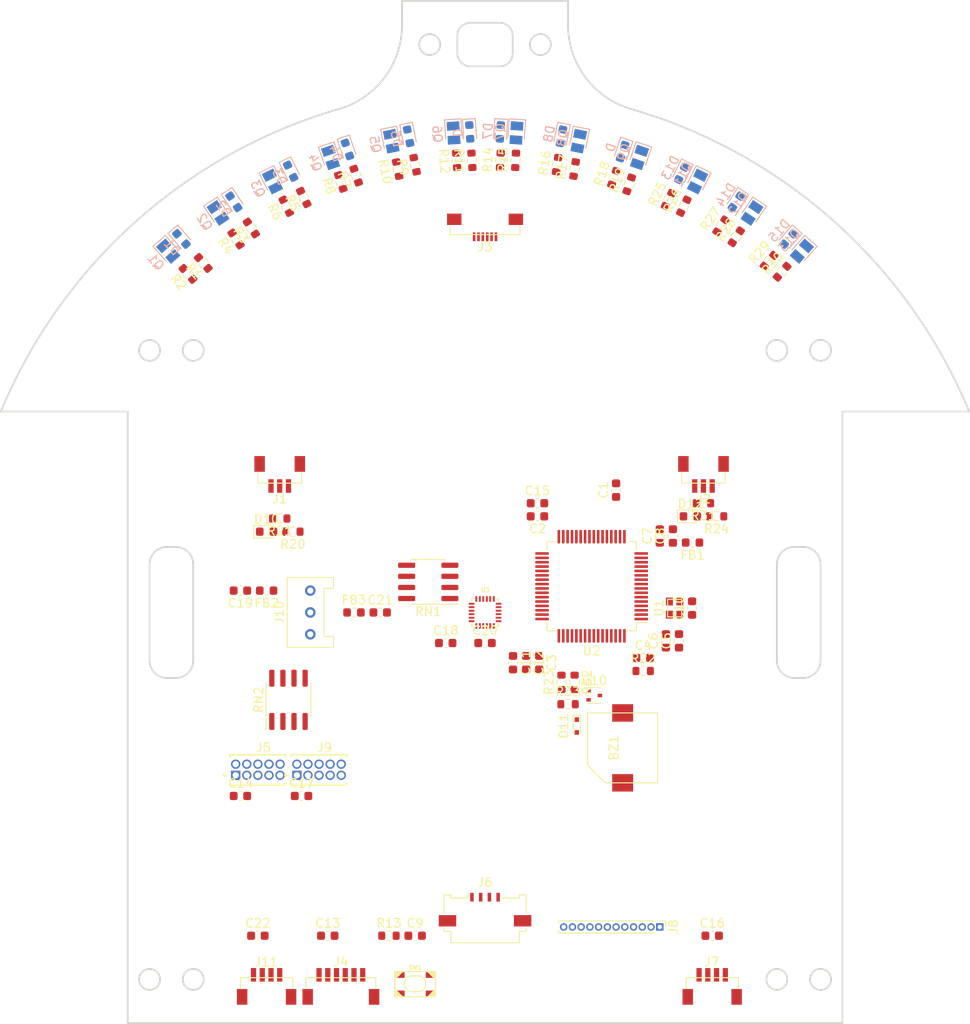
<source format=kicad_pcb>
(kicad_pcb (version 20171130) (host pcbnew "(5.1.10)-1")
  (layers (0 F.Cu signal) (31 B.Cu signal) (34 B.Paste user) (35 F.Paste user) (36 B.SilkS user) (37 F.SilkS user) (38 B.Mask user) (39 F.Mask user) (44 Edge.Cuts user))
  (net 0 "")
  (net 1 +3V3)
  (net 2 "Net-(BZ1-Pad2)")
  (net 3 GND)
  (net 4 "Net-(C7-Pad1)")
  (net 5 nRST)
  (net 6 "Net-(C11-Pad1)")
  (net 7 "Net-(C12-Pad1)")
  (net 8 +5V)
  (net 9 "Net-(C20-Pad1)")
  (net 10 "Net-(D1-Pad2)")
  (net 11 "Net-(D2-Pad2)")
  (net 12 "Net-(D3-Pad2)")
  (net 13 "Net-(D4-Pad2)")
  (net 14 "Net-(D5-Pad2)")
  (net 15 "Net-(D6-Pad2)")
  (net 16 "Net-(D7-Pad2)")
  (net 17 "Net-(D8-Pad2)")
  (net 18 "Net-(D9-Pad2)")
  (net 19 "Net-(D10-Pad2)")
  (net 20 SubSens2)
  (net 21 "Net-(D12-Pad2)")
  (net 22 SubSens1)
  (net 23 "Net-(D13-Pad2)")
  (net 24 "Net-(D14-Pad2)")
  (net 25 "Net-(D15-Pad2)")
  (net 26 "Net-(FB2-Pad1)")
  (net 27 "Net-(FB3-Pad1)")
  (net 28 "Net-(J3-Pad2)")
  (net 29 "Net-(J3-Pad3)")
  (net 30 "Net-(J3-Pad4)")
  (net 31 "Net-(J3-Pad5)")
  (net 32 SWCLK)
  (net 33 SWDIO)
  (net 34 SWO)
  (net 35 Encorder1_A)
  (net 36 Encorder1_B)
  (net 37 /LED_Red)
  (net 38 /LED_White)
  (net 39 /LED_B)
  (net 40 /LED_G)
  (net 41 /LED_R)
  (net 42 I2C_SDA)
  (net 43 I2C_SCL)
  (net 44 /DRV1_EN)
  (net 45 /DRV1_PN)
  (net 46 /DRV2_EN)
  (net 47 /DRV2_PN)
  (net 48 Encorder2_B)
  (net 49 Encorder2_A)
  (net 50 /SW2)
  (net 51 /Rotary1)
  (net 52 /Rotary8)
  (net 53 /SW1)
  (net 54 /Rotary2)
  (net 55 /Rotary4)
  (net 56 /SW3)
  (net 57 USART_TX)
  (net 58 USART_RX)
  (net 59 /Sensor01)
  (net 60 /Sensor02)
  (net 61 /Sensor03)
  (net 62 /Sensor04)
  (net 63 /Sensor05)
  (net 64 /Sensor06)
  (net 65 /Sensor07)
  (net 66 /Sensor08)
  (net 67 /Sensor09)
  (net 68 "Net-(Q10-Pad1)")
  (net 69 "Net-(Q10-Pad2)")
  (net 70 /Sensor10)
  (net 71 /Sensor11)
  (net 72 /Sensor12)
  (net 73 "Net-(R22-Pad1)")
  (net 74 "Net-(R23-Pad2)")
  (net 75 ICM_nCS)
  (net 76 ICM_MISO)
  (net 77 ICM_MOSI)
  (net 78 ICM_SCLK)
  (net 79 "Net-(U1-Pad3)")
  (module Connector_PinHeader_1.00mm:PinHeader_1x12_P1.00mm_Vertical (layer F.Cu) (at 20 36 270)
    (fp_text reference J8 (at 0 -1.56 90) (layer F.SilkS))
    (fp_text value FFC12)
    (pad 12 thru_hole oval (at 0 11 270) (size 0.85 0.85) (drill 0.5) (layers *.Cu *.Mask) (net 56 /SW3))
    (pad 11 thru_hole oval (at 0 10 270) (size 0.85 0.85) (drill 0.5) (layers *.Cu *.Mask) (net 50 /SW2))
    (pad 10 thru_hole oval (at 0 9 270) (size 0.85 0.85) (drill 0.5) (layers *.Cu *.Mask) (net 53 /SW1))
    (pad 9 thru_hole oval (at 0 8 270) (size 0.85 0.85) (drill 0.5) (layers *.Cu *.Mask) (net 52 /Rotary8))
    (pad 8 thru_hole oval (at 0 7 270) (size 0.85 0.85) (drill 0.5) (layers *.Cu *.Mask) (net 55 /Rotary4))
    (pad 7 thru_hole oval (at 0 6 270) (size 0.85 0.85) (drill 0.5) (layers *.Cu *.Mask) (net 54 /Rotary2))
    (pad 6 thru_hole oval (at 0 5 270) (size 0.85 0.85) (drill 0.5) (layers *.Cu *.Mask) (net 51 /Rotary1))
    (pad 5 thru_hole oval (at 0 4 270) (size 0.85 0.85) (drill 0.5) (layers *.Cu *.Mask) (net 41 /LED_R))
    (pad 4 thru_hole oval (at 0 3 270) (size 0.85 0.85) (drill 0.5) (layers *.Cu *.Mask) (net 40 /LED_G))
    (pad 3 thru_hole oval (at 0 2 270) (size 0.85 0.85) (drill 0.5) (layers *.Cu *.Mask) (net 39 /LED_B))
    (pad 2 thru_hole oval (at 0 1 270) (size 0.85 0.85) (drill 0.5) (layers *.Cu *.Mask) (net 38 /LED_White))
    (pad 1 thru_hole rect (at 0 0 270) (size 0.85 0.85) (drill 0.5) (layers *.Cu *.Mask) (net 37 /LED_Red))
  )
  (module Buzzer:TE044003-4 (layer F.Cu) (at 15.75 15.5 270)
    (fp_text reference BZ1 (at 0 1 90) (layer F.SilkS))
    (fp_text value TE044003-4)
    (pad 1 smd rect (at 4 0 270) (size 2 2.4) (layers F.Cu F.Paste F.Mask) (net 1 +3V3))
    (pad 2 smd rect (at -4 0 270) (size 2 2.4) (layers F.Cu F.Paste F.Mask) (net 2 "Net-(BZ1-Pad2)"))
  )
  (module Capacitor_SMD:C_0603_1608Metric (layer F.Cu) (at 15 -14 90)
    (fp_text reference C1 (at 0 -1.43 90) (layer F.SilkS))
    (fp_text value 0.1u)
    (pad 1 smd roundrect (at -0.775 0 90) (size 0.9 0.95) (layers F.Cu F.Paste F.Mask) (net 1 +3V3))
    (pad 2 smd roundrect (at 0.775 0 90) (size 0.9 0.95) (layers F.Cu F.Paste F.Mask) (net 3 GND))
  )
  (module Capacitor_SMD:C_0603_1608Metric (layer F.Cu) (at 6 -11 180)
    (fp_text reference C2 (at 0 -1.43) (layer F.SilkS))
    (fp_text value 0.1u)
    (pad 2 smd roundrect (at 0.775 0 180) (size 0.9 0.95) (layers F.Cu F.Paste F.Mask) (net 3 GND))
    (pad 1 smd roundrect (at -0.775 0 180) (size 0.9 0.95) (layers F.Cu F.Paste F.Mask) (net 1 +3V3))
  )
  (module Capacitor_SMD:C_0603_1608Metric (layer F.Cu) (at 6.2 5.75 270)
    (fp_text reference C3 (at 0 -1.43 90) (layer F.SilkS))
    (fp_text value 0.1u)
    (pad 2 smd roundrect (at 0.775 0 270) (size 0.9 0.95) (layers F.Cu F.Paste F.Mask) (net 3 GND))
    (pad 1 smd roundrect (at -0.775 0 270) (size 0.9 0.95) (layers F.Cu F.Paste F.Mask) (net 1 +3V3))
  )
  (module Capacitor_SMD:C_0603_1608Metric (layer F.Cu) (at 18.1 5.2)
    (fp_text reference C4 (at 0 -1.43) (layer F.SilkS))
    (fp_text value 0.1u)
    (pad 1 smd roundrect (at -0.775 0) (size 0.9 0.95) (layers F.Cu F.Paste F.Mask) (net 1 +3V3))
    (pad 2 smd roundrect (at 0.775 0) (size 0.9 0.95) (layers F.Cu F.Paste F.Mask) (net 3 GND))
  )
  (module Capacitor_SMD:C_0603_1608Metric (layer F.Cu) (at 22.2 3.25 90)
    (fp_text reference C5 (at 0 -1.43 90) (layer F.SilkS))
    (fp_text value 4.7u)
    (pad 1 smd roundrect (at -0.775 0 90) (size 0.9 0.95) (layers F.Cu F.Paste F.Mask) (net 1 +3V3))
    (pad 2 smd roundrect (at 0.775 0 90) (size 0.9 0.95) (layers F.Cu F.Paste F.Mask) (net 3 GND))
  )
  (module Capacitor_SMD:C_0603_1608Metric (layer F.Cu) (at 20.7 3.25 90)
    (fp_text reference C6 (at 0 -1.43 90) (layer F.SilkS))
    (fp_text value 0.1u)
    (pad 2 smd roundrect (at 0.775 0 90) (size 0.9 0.95) (layers F.Cu F.Paste F.Mask) (net 3 GND))
    (pad 1 smd roundrect (at -0.775 0 90) (size 0.9 0.95) (layers F.Cu F.Paste F.Mask) (net 1 +3V3))
  )
  (module Capacitor_SMD:C_0603_1608Metric (layer F.Cu) (at 20 -8.75 90)
    (fp_text reference C7 (at 0 -1.43 90) (layer F.SilkS))
    (fp_text value 0.1u)
    (pad 1 smd roundrect (at -0.775 0 90) (size 0.9 0.95) (layers F.Cu F.Paste F.Mask) (net 4 "Net-(C7-Pad1)"))
    (pad 2 smd roundrect (at 0.775 0 90) (size 0.9 0.95) (layers F.Cu F.Paste F.Mask) (net 3 GND))
  )
  (module Capacitor_SMD:C_0603_1608Metric (layer F.Cu) (at 21.5 -8.75 90)
    (fp_text reference C8 (at 0 -1.43 90) (layer F.SilkS))
    (fp_text value 1u)
    (pad 2 smd roundrect (at 0.775 0 90) (size 0.9 0.95) (layers F.Cu F.Paste F.Mask) (net 3 GND))
    (pad 1 smd roundrect (at -0.775 0 90) (size 0.9 0.95) (layers F.Cu F.Paste F.Mask) (net 4 "Net-(C7-Pad1)"))
  )
  (module Capacitor_SMD:C_0603_1608Metric (layer F.Cu) (at -8 37)
    (fp_text reference C9 (at 0 -1.43) (layer F.SilkS))
    (fp_text value 0.1u)
    (pad 2 smd roundrect (at 0.775 0) (size 0.9 0.95) (layers F.Cu F.Paste F.Mask) (net 3 GND))
    (pad 1 smd roundrect (at -0.775 0) (size 0.9 0.95) (layers F.Cu F.Paste F.Mask) (net 5 nRST))
  )
  (module Capacitor_SMD:C_0603_1608Metric (layer F.Cu) (at 23.7 -0.5 90)
    (fp_text reference C10 (at 0 -1.43 90) (layer F.SilkS))
    (fp_text value 0.1u)
    (pad 1 smd roundrect (at -0.775 0 90) (size 0.9 0.95) (layers F.Cu F.Paste F.Mask) (net 1 +3V3))
    (pad 2 smd roundrect (at 0.775 0 90) (size 0.9 0.95) (layers F.Cu F.Paste F.Mask) (net 3 GND))
  )
  (module Capacitor_SMD:C_0603_1608Metric (layer F.Cu) (at 3.2 5.75 270)
    (fp_text reference C11 (at 0 -1.43 90) (layer F.SilkS))
    (fp_text value 2.2u)
    (pad 2 smd roundrect (at 0.775 0 270) (size 0.9 0.95) (layers F.Cu F.Paste F.Mask) (net 3 GND))
    (pad 1 smd roundrect (at -0.775 0 270) (size 0.9 0.95) (layers F.Cu F.Paste F.Mask) (net 6 "Net-(C11-Pad1)"))
  )
  (module Capacitor_SMD:C_0603_1608Metric (layer F.Cu) (at 4.7 5.75 270)
    (fp_text reference C12 (at 0 -1.43 90) (layer F.SilkS))
    (fp_text value 2.2u)
    (pad 1 smd roundrect (at -0.775 0 270) (size 0.9 0.95) (layers F.Cu F.Paste F.Mask) (net 7 "Net-(C12-Pad1)"))
    (pad 2 smd roundrect (at 0.775 0 270) (size 0.9 0.95) (layers F.Cu F.Paste F.Mask) (net 3 GND))
  )
  (module Capacitor_SMD:C_0603_1608Metric (layer F.Cu) (at -18 37)
    (fp_text reference C13 (at 0 -1.43) (layer F.SilkS))
    (fp_text value 0.1u)
    (pad 1 smd roundrect (at -0.775 0) (size 0.9 0.95) (layers F.Cu F.Paste F.Mask) (net 1 +3V3))
    (pad 2 smd roundrect (at 0.775 0) (size 0.9 0.95) (layers F.Cu F.Paste F.Mask) (net 3 GND))
  )
  (module Capacitor_SMD:C_0603_1608Metric (layer F.Cu) (at -28 21)
    (fp_text reference C14 (at 0 -1.43) (layer F.SilkS))
    (fp_text value 0.1u)
    (pad 1 smd roundrect (at -0.775 0) (size 0.9 0.95) (layers F.Cu F.Paste F.Mask) (net 8 +5V))
    (pad 2 smd roundrect (at 0.775 0) (size 0.9 0.95) (layers F.Cu F.Paste F.Mask) (net 3 GND))
  )
  (module Capacitor_SMD:C_0603_1608Metric (layer F.Cu) (at 6 -12.5)
    (fp_text reference C15 (at 0 -1.43) (layer F.SilkS))
    (fp_text value 0.1u)
    (pad 1 smd roundrect (at -0.775 0) (size 0.9 0.95) (layers F.Cu F.Paste F.Mask) (net 1 +3V3))
    (pad 2 smd roundrect (at 0.775 0) (size 0.9 0.95) (layers F.Cu F.Paste F.Mask) (net 3 GND))
  )
  (module Capacitor_SMD:C_0603_1608Metric (layer F.Cu) (at 26 37)
    (fp_text reference C16 (at 0 -1.43) (layer F.SilkS))
    (fp_text value 0.1u)
    (pad 2 smd roundrect (at 0.775 0) (size 0.9 0.95) (layers F.Cu F.Paste F.Mask) (net 3 GND))
    (pad 1 smd roundrect (at -0.775 0) (size 0.9 0.95) (layers F.Cu F.Paste F.Mask) (net 1 +3V3))
  )
  (module Capacitor_SMD:C_0603_1608Metric (layer F.Cu) (at -21 21)
    (fp_text reference C17 (at 0 -1.43) (layer F.SilkS))
    (fp_text value 0.1u)
    (pad 2 smd roundrect (at 0.775 0) (size 0.9 0.95) (layers F.Cu F.Paste F.Mask) (net 3 GND))
    (pad 1 smd roundrect (at -0.775 0) (size 0.9 0.95) (layers F.Cu F.Paste F.Mask) (net 8 +5V))
  )
  (module Capacitor_SMD:C_0603_1608Metric (layer F.Cu) (at -4.5 3.5)
    (fp_text reference C18 (at 0 -1.43) (layer F.SilkS))
    (fp_text value 0.1u)
    (pad 2 smd roundrect (at 0.775 0) (size 0.9 0.95) (layers F.Cu F.Paste F.Mask) (net 3 GND))
    (pad 1 smd roundrect (at -0.775 0) (size 0.9 0.95) (layers F.Cu F.Paste F.Mask) (net 1 +3V3))
  )
  (module Capacitor_SMD:C_0603_1608Metric (layer F.Cu) (at -28 -2.5 180)
    (fp_text reference C19 (at 0 -1.43) (layer F.SilkS))
    (fp_text value 0.1u)
    (pad 2 smd roundrect (at 0.775 0 180) (size 0.9 0.95) (layers F.Cu F.Paste F.Mask) (net 3 GND))
    (pad 1 smd roundrect (at -0.775 0 180) (size 0.9 0.95) (layers F.Cu F.Paste F.Mask) (net 8 +5V))
  )
  (module Capacitor_SMD:C_0603_1608Metric (layer F.Cu) (at 0 3.5)
    (fp_text reference C20 (at 0 -1.43) (layer F.SilkS))
    (fp_text value 0.1u)
    (pad 2 smd roundrect (at 0.775 0) (size 0.9 0.95) (layers F.Cu F.Paste F.Mask) (net 3 GND))
    (pad 1 smd roundrect (at -0.775 0) (size 0.9 0.95) (layers F.Cu F.Paste F.Mask) (net 9 "Net-(C20-Pad1)"))
  )
  (module Capacitor_SMD:C_0603_1608Metric (layer F.Cu) (at -12 0)
    (fp_text reference C21 (at 0 -1.43) (layer F.SilkS))
    (fp_text value 0.1u)
    (pad 1 smd roundrect (at -0.775 0) (size 0.9 0.95) (layers F.Cu F.Paste F.Mask) (net 1 +3V3))
    (pad 2 smd roundrect (at 0.775 0) (size 0.9 0.95) (layers F.Cu F.Paste F.Mask) (net 3 GND))
  )
  (module Capacitor_SMD:C_0603_1608Metric (layer F.Cu) (at -26 37)
    (fp_text reference C22 (at 0 -1.43) (layer F.SilkS))
    (fp_text value 0.1u)
    (pad 1 smd roundrect (at -0.775 0) (size 0.9 0.95) (layers F.Cu F.Paste F.Mask) (net 8 +5V))
    (pad 2 smd roundrect (at 0.775 0) (size 0.9 0.95) (layers F.Cu F.Paste F.Mask) (net 3 GND))
  )
  (module Diode_SMD:D_0603_1608Metric (layer B.Cu) (at -34.75 -42.75 311.2)
    (fp_text reference D1 (at 0 1.43 311.2) (layer B.SilkS) (effects (justify mirror)))
    (fp_text value SIR19-21C/TR8)
    (pad 1 smd roundrect (at -0.7875 0 311.2) (size 0.875 0.95) (layers B.Cu B.Paste B.Mask) (net 3 GND))
    (pad 2 smd roundrect (at 0.7875 0 311.2) (size 0.875 0.95) (layers B.Cu B.Paste B.Mask) (net 10 "Net-(D1-Pad2)"))
  )
  (module Diode_SMD:D_0603_1608Metric (layer B.Cu) (at -28.75 -47 303.7)
    (fp_text reference D2 (at -0.000001 1.43 303.7) (layer B.SilkS) (effects (justify mirror)))
    (fp_text value SIR19-21C/TR8)
    (pad 2 smd roundrect (at 0.7875 0 303.7) (size 0.875 0.95) (layers B.Cu B.Paste B.Mask) (net 11 "Net-(D2-Pad2)"))
    (pad 1 smd roundrect (at -0.7875 0 303.7) (size 0.875 0.95) (layers B.Cu B.Paste B.Mask) (net 3 GND))
  )
  (module Diode_SMD:D_0603_1608Metric (layer B.Cu) (at -22.25 -50.5 296.2)
    (fp_text reference D3 (at 0 1.429999 296.2) (layer B.SilkS) (effects (justify mirror)))
    (fp_text value SIR19-21C/TR8)
    (pad 2 smd roundrect (at 0.7875 0 296.2) (size 0.875 0.95) (layers B.Cu B.Paste B.Mask) (net 12 "Net-(D3-Pad2)"))
    (pad 1 smd roundrect (at -0.7875 0 296.2) (size 0.875 0.95) (layers B.Cu B.Paste B.Mask) (net 3 GND))
  )
  (module Diode_SMD:D_0603_1608Metric (layer B.Cu) (at -15.75 -53 288.7)
    (fp_text reference D4 (at 0 1.43 288.7) (layer B.SilkS) (effects (justify mirror)))
    (fp_text value SIR19-21C/TR8)
    (pad 1 smd roundrect (at -0.7875 0 288.7) (size 0.875 0.95) (layers B.Cu B.Paste B.Mask) (net 3 GND))
    (pad 2 smd roundrect (at 0.7875 0 288.7) (size 0.875 0.95) (layers B.Cu B.Paste B.Mask) (net 13 "Net-(D4-Pad2)"))
  )
  (module Diode_SMD:D_0603_1608Metric (layer B.Cu) (at -8.75 -54.5 281.2)
    (fp_text reference D5 (at 0 1.43 281.2) (layer B.SilkS) (effects (justify mirror)))
    (fp_text value SIR19-21C/TR8)
    (pad 2 smd roundrect (at 0.7875 0 281.2) (size 0.875 0.95) (layers B.Cu B.Paste B.Mask) (net 14 "Net-(D5-Pad2)"))
    (pad 1 smd roundrect (at -0.7875 0 281.2) (size 0.875 0.95) (layers B.Cu B.Paste B.Mask) (net 3 GND))
  )
  (module Diode_SMD:D_0603_1608Metric (layer B.Cu) (at -1.75 -55 273.7)
    (fp_text reference D (at 0 1.43 273.7) (layer B.SilkS) (effects (justify mirror)))
    (fp_text value SIR19-21C/TR8)
    (pad 2 smd roundrect (at 0.7875 0 273.7) (size 0.875 0.95) (layers B.Cu B.Paste B.Mask) (net 15 "Net-(D6-Pad2)"))
    (pad 1 smd roundrect (at -0.7875 0 273.7) (size 0.875 0.95) (layers B.Cu B.Paste B.Mask) (net 3 GND))
  )
  (module Diode_SMD:D_0603_1608Metric (layer B.Cu) (at 1.75 -55 266.2)
    (fp_text reference D7 (at 0 1.43 266.2) (layer B.SilkS) (effects (justify mirror)))
    (fp_text value SIR19-21C/TR8)
    (pad 1 smd roundrect (at -0.7875 0 266.2) (size 0.875 0.95) (layers B.Cu B.Paste B.Mask) (net 3 GND))
    (pad 2 smd roundrect (at 0.7875 0 266.2) (size 0.875 0.95) (layers B.Cu B.Paste B.Mask) (net 16 "Net-(D7-Pad2)"))
  )
  (module Diode_SMD:D_0603_1608Metric (layer B.Cu) (at 8.75 -54.5 258.7)
    (fp_text reference D8 (at 0 1.43 258.7) (layer B.SilkS) (effects (justify mirror)))
    (fp_text value SIR19-21C/TR8)
    (pad 1 smd roundrect (at -0.7875 0 258.7) (size 0.875 0.95) (layers B.Cu B.Paste B.Mask) (net 3 GND))
    (pad 2 smd roundrect (at 0.7875 0 258.7) (size 0.875 0.95) (layers B.Cu B.Paste B.Mask) (net 17 "Net-(D8-Pad2)"))
  )
  (module Diode_SMD:D_0603_1608Metric (layer B.Cu) (at 15.75 -52.75 251.2)
    (fp_text reference D (at 0 1.43 251.2) (layer B.SilkS) (effects (justify mirror)))
    (fp_text value SIR19-21C/TR8)
    (pad 1 smd roundrect (at -0.7875 0 251.2) (size 0.875 0.95) (layers B.Cu B.Paste B.Mask) (net 3 GND))
    (pad 2 smd roundrect (at 0.7875 0 251.2) (size 0.875 0.95) (layers B.Cu B.Paste B.Mask) (net 18 "Net-(D9-Pad2)"))
  )
  (module Diode_SMD:D_0603_1608Metric (layer F.Cu) (at -25 -9.25)
    (fp_text reference D10 (at 0 -1.43) (layer F.SilkS))
    (fp_text value SMLEN3WBC8W1)
    (pad 2 smd roundrect (at 0.7875 0) (size 0.875 0.95) (layers F.Cu F.Paste F.Mask) (net 19 "Net-(D10-Pad2)"))
    (pad 1 smd roundrect (at -0.7875 0) (size 0.875 0.95) (layers F.Cu F.Paste F.Mask) (net 20 SubSens2))
  )
  (module original:SOD-523 (layer F.Cu) (at 10.5 13 270)
    (fp_text reference D11 (at 0 1.4875 90) (layer F.SilkS))
    (fp_text value RB751S40-AU_R1_000A1)
    (pad 1 smd rect (at 0.735 0 270) (size 0.53 0.5) (layers F.Cu F.Paste F.Mask) (net 1 +3V3))
    (pad 2 smd rect (at -0.735 0 270) (size 0.53 0.5) (layers F.Cu F.Paste F.Mask) (net 2 "Net-(BZ1-Pad2)"))
  )
  (module Diode_SMD:D_0603_1608Metric (layer F.Cu) (at 23.5 -11)
    (fp_text reference D12 (at 0 -1.43) (layer F.SilkS))
    (fp_text value SMLEN3WBC8W1)
    (pad 2 smd roundrect (at 0.7875 0) (size 0.875 0.95) (layers F.Cu F.Paste F.Mask) (net 21 "Net-(D12-Pad2)"))
    (pad 1 smd roundrect (at -0.7875 0) (size 0.875 0.95) (layers F.Cu F.Paste F.Mask) (net 22 SubSens1))
  )
  (module Diode_SMD:D_0603_1608Metric (layer B.Cu) (at 22.5 -50.25 243.7)
    (fp_text reference D13 (at 0 1.43 243.7) (layer B.SilkS) (effects (justify mirror)))
    (fp_text value SIR19-21C/TR8)
    (pad 1 smd roundrect (at -0.7875 0 243.7) (size 0.875 0.95) (layers B.Cu B.Paste B.Mask) (net 3 GND))
    (pad 2 smd roundrect (at 0.7875 0 243.7) (size 0.875 0.95) (layers B.Cu B.Paste B.Mask) (net 23 "Net-(D13-Pad2)"))
  )
  (module Diode_SMD:D_0603_1608Metric (layer B.Cu) (at 28.75 -47 236.2)
    (fp_text reference D14 (at 0 1.43 236.2) (layer B.SilkS) (effects (justify mirror)))
    (fp_text value SIR19-21C/TR8)
    (pad 1 smd roundrect (at -0.7875 0 236.2) (size 0.875 0.95) (layers B.Cu B.Paste B.Mask) (net 3 GND))
    (pad 2 smd roundrect (at 0.7875 0 236.2) (size 0.875 0.95) (layers B.Cu B.Paste B.Mask) (net 24 "Net-(D14-Pad2)"))
  )
  (module Diode_SMD:D_0603_1608Metric (layer B.Cu) (at 34.75 -42.75 228.7)
    (fp_text reference D15 (at 0 1.43 228.7) (layer B.SilkS) (effects (justify mirror)))
    (fp_text value SIR19-21C/TR8)
    (pad 2 smd roundrect (at 0.7875 0 228.7) (size 0.875 0.95) (layers B.Cu B.Paste B.Mask) (net 25 "Net-(D15-Pad2)"))
    (pad 1 smd roundrect (at -0.7875 0 228.7) (size 0.875 0.95) (layers B.Cu B.Paste B.Mask) (net 3 GND))
  )
  (module Inductor_SMD:L_0603_1608Metric (layer F.Cu) (at 23.75 -8 180)
    (fp_text reference FB1 (at 0 -1.43) (layer F.SilkS))
    (fp_text value 470)
    (pad 1 smd roundrect (at -0.7875 0 180) (size 0.875 0.95) (layers F.Cu F.Paste F.Mask) (net 1 +3V3))
    (pad 2 smd roundrect (at 0.7875 0 180) (size 0.875 0.95) (layers F.Cu F.Paste F.Mask) (net 4 "Net-(C7-Pad1)"))
  )
  (module Inductor_SMD:L_0603_1608Metric (layer F.Cu) (at -25 -2.5 180)
    (fp_text reference FB2 (at 0 -1.43) (layer F.SilkS))
    (fp_text value 470)
    (pad 1 smd roundrect (at -0.7875 0 180) (size 0.875 0.95) (layers F.Cu F.Paste F.Mask) (net 26 "Net-(FB2-Pad1)"))
    (pad 2 smd roundrect (at 0.7875 0 180) (size 0.875 0.95) (layers F.Cu F.Paste F.Mask) (net 8 +5V))
  )
  (module Inductor_SMD:L_0603_1608Metric (layer F.Cu) (at -15 0)
    (fp_text reference FB3 (at 0 -1.43) (layer F.SilkS))
    (fp_text value 470)
    (pad 2 smd roundrect (at 0.7875 0) (size 0.875 0.95) (layers F.Cu F.Paste F.Mask) (net 1 +3V3))
    (pad 1 smd roundrect (at -0.7875 0) (size 0.875 0.95) (layers F.Cu F.Paste F.Mask) (net 27 "Net-(FB3-Pad1)"))
  )
  (module SH:SH_01x03 (layer F.Cu) (at -23.5 -17 180)
    (fp_text reference J1 (at 0 -4) (layer F.SilkS))
    (fp_text value SH3)
    (pad 3 smd rect (at 1 -2.525 180) (size 0.6 1.55) (layers F.Cu F.Paste F.Mask) (net 3 GND))
    (pad 1 smd rect (at -1 -2.525 180) (size 0.6 1.55) (layers F.Cu F.Paste F.Mask) (net 8 +5V))
    (pad 2 smd rect (at 0 -2.525 180) (size 0.6 1.55) (layers F.Cu F.Paste F.Mask) (net 20 SubSens2))
    (pad MP smd rect (at -2.3 0 180) (size 1.2 1.8) (layers F.Cu F.Paste F.Mask))
    (pad MP smd rect (at 2.3 0 180) (size 1.2 1.8) (layers F.Cu F.Paste F.Mask))
  )
  (module SH:SH_01x03 (layer F.Cu) (at 25 -17 180)
    (fp_text reference J2 (at 0 -4) (layer F.SilkS))
    (fp_text value SH3)
    (pad MP smd rect (at 2.3 0 180) (size 1.2 1.8) (layers F.Cu F.Paste F.Mask))
    (pad MP smd rect (at -2.3 0 180) (size 1.2 1.8) (layers F.Cu F.Paste F.Mask))
    (pad 2 smd rect (at 0 -2.525 180) (size 0.6 1.55) (layers F.Cu F.Paste F.Mask) (net 22 SubSens1))
    (pad 1 smd rect (at -1 -2.525 180) (size 0.6 1.55) (layers F.Cu F.Paste F.Mask) (net 8 +5V))
    (pad 3 smd rect (at 1 -2.525 180) (size 0.6 1.55) (layers F.Cu F.Paste F.Mask) (net 3 GND))
  )
  (module FFC:Molex_0545480671_01x06_P0.5mm (layer F.Cu) (at 0 -45 180)
    (fp_text reference J3 (at 0 -3.16667) (layer F.SilkS))
    (fp_text value FFC6)
    (pad MP smd rect (at -3.525 0 180) (size 1.65 1.3) (layers F.Cu F.Paste F.Mask))
    (pad MP smd rect (at 3.525 0 180) (size 1.65 1.3) (layers F.Cu F.Paste F.Mask))
    (pad 1 smd rect (at -1.25 -2 270) (size 1 0.3) (layers F.Cu F.Paste F.Mask) (net 1 +3V3))
    (pad 2 smd rect (at -0.75 -2 270) (size 1 0.3) (layers F.Cu F.Paste F.Mask) (net 28 "Net-(J3-Pad2)"))
    (pad 3 smd rect (at -0.25 -2 270) (size 1 0.3) (layers F.Cu F.Paste F.Mask) (net 29 "Net-(J3-Pad3)"))
    (pad 4 smd rect (at 0.25 -2 270) (size 1 0.3) (layers F.Cu F.Paste F.Mask) (net 30 "Net-(J3-Pad4)"))
    (pad 5 smd rect (at 0.75 -2 270) (size 1 0.3) (layers F.Cu F.Paste F.Mask) (net 31 "Net-(J3-Pad5)"))
    (pad 6 smd rect (at 1.25 -2 270) (size 1 0.3) (layers F.Cu F.Paste F.Mask) (net 3 GND))
  )
  (module SH:SH_01x06 (layer F.Cu) (at -16.5 44)
    (fp_text reference J4 (at 0 -4) (layer F.SilkS))
    (fp_text value SH6)
    (pad 2 smd rect (at -1.5 -2.525) (size 0.6 1.55) (layers F.Cu F.Paste F.Mask) (net 32 SWCLK))
    (pad MP smd rect (at 3.8 0) (size 1.2 1.8) (layers F.Cu F.Paste F.Mask))
    (pad 1 smd rect (at -2.5 -2.525) (size 0.6 1.55) (layers F.Cu F.Paste F.Mask) (net 1 +3V3))
    (pad 3 smd rect (at -0.5 -2.525) (size 0.6 1.55) (layers F.Cu F.Paste F.Mask) (net 3 GND))
    (pad MP smd rect (at -3.8 0) (size 1.2 1.8) (layers F.Cu F.Paste F.Mask))
    (pad 4 smd rect (at 0.5 -2.525) (size 0.6 1.55) (layers F.Cu F.Paste F.Mask) (net 33 SWDIO))
    (pad 5 smd rect (at 1.5 -2.525) (size 0.6 1.55) (layers F.Cu F.Paste F.Mask) (net 5 nRST))
    (pad 6 smd rect (at 2.5 -2.525) (size 0.6 1.55) (layers F.Cu F.Paste F.Mask) (net 34 SWO))
  )
  (module FTSH:SAMTEC_FTSH-105-01-L-D-K (layer F.Cu) (at -26 18)
    (fp_text reference J5 (at 0.635 -2.54) (layer F.SilkS))
    (fp_text value FTSH2x5)
    (pad 1 thru_hole rect (at -2.54 0.635) (size 1.06 1.06) (drill 0.71) (layers *.Cu *.Mask))
    (pad 2 thru_hole circle (at -2.54 -0.635) (size 1.06 1.06) (drill 0.71) (layers *.Cu *.Mask) (net 8 +5V))
    (pad 3 thru_hole circle (at -1.27 0.635) (size 1.06 1.06) (drill 0.71) (layers *.Cu *.Mask) (net 3 GND))
    (pad 4 thru_hole circle (at -1.27 -0.635) (size 1.06 1.06) (drill 0.71) (layers *.Cu *.Mask))
    (pad 5 thru_hole circle (at 0 0.635) (size 1.06 1.06) (drill 0.71) (layers *.Cu *.Mask))
    (pad 6 thru_hole circle (at 0 -0.635) (size 1.06 1.06) (drill 0.71) (layers *.Cu *.Mask) (net 35 Encorder1_A))
    (pad 7 thru_hole circle (at 1.27 0.635) (size 1.06 1.06) (drill 0.71) (layers *.Cu *.Mask))
    (pad 8 thru_hole circle (at 1.27 -0.635) (size 1.06 1.06) (drill 0.71) (layers *.Cu *.Mask) (net 36 Encorder1_B))
    (pad 9 thru_hole circle (at 2.54 0.635) (size 1.06 1.06) (drill 0.71) (layers *.Cu *.Mask))
    (pad 10 thru_hole circle (at 2.54 -0.635) (size 1.06 1.06) (drill 0.71) (layers *.Cu *.Mask))
  )
  (module SH:SH_01x04 (layer F.Cu) (at 26 44)
    (fp_text reference J7 (at -0.05 -4) (layer F.SilkS))
    (fp_text value SH4)
    (pad 4 smd rect (at 1.5 -2.525) (size 0.6 1.55) (layers F.Cu F.Paste F.Mask) (net 3 GND))
    (pad 1 smd rect (at -1.5 -2.525) (size 0.6 1.55) (layers F.Cu F.Paste F.Mask) (net 1 +3V3))
    (pad 3 smd rect (at 0.5 -2.525) (size 0.6 1.55) (layers F.Cu F.Paste F.Mask) (net 42 I2C_SDA))
    (pad 2 smd rect (at -0.5 -2.525) (size 0.6 1.55) (layers F.Cu F.Paste F.Mask) (net 43 I2C_SCL))
    (pad MP smd rect (at -2.8 0) (size 1.2 1.8) (layers F.Cu F.Paste F.Mask))
    (pad MP smd rect (at 2.8 0) (size 1.2 1.8) (layers F.Cu F.Paste F.Mask))
  )
  (module Connector_FFC-FPC:Molex_200528-0040_1x04-1MP_P1.00mm_Horizontal (layer F.Cu) (at 0 33.5)
    (fp_text reference J6 (at 0 -2.61) (layer F.SilkS))
    (fp_text value FFC4)
    (pad MP smd rect (at -4.3 1.79) (size 2 1.3) (layers F.Cu F.Paste F.Mask))
    (pad MP smd rect (at 4.3 1.79) (size 2 1.3) (layers F.Cu F.Paste F.Mask))
    (pad 1 smd rect (at -1.5 -0.91) (size 0.4 1) (layers F.Cu F.Paste F.Mask) (net 44 /DRV1_EN))
    (pad 2 smd rect (at -0.5 -0.91) (size 0.4 1) (layers F.Cu F.Paste F.Mask) (net 45 /DRV1_PN))
    (pad 3 smd rect (at 0.5 -0.91) (size 0.4 1) (layers F.Cu F.Paste F.Mask) (net 47 /DRV2_PN))
    (pad 4 smd rect (at 1.5 -0.91) (size 0.4 1) (layers F.Cu F.Paste F.Mask) (net 46 /DRV2_EN))
  )
  (module FTSH:SAMTEC_FTSH-105-01-L-D-K (layer F.Cu) (at -19 18)
    (fp_text reference J9 (at 0.635 -2.54) (layer F.SilkS))
    (fp_text value FTSH2x5)
    (pad 10 thru_hole circle (at 2.54 -0.635) (size 1.06 1.06) (drill 0.71) (layers *.Cu *.Mask))
    (pad 9 thru_hole circle (at 2.54 0.635) (size 1.06 1.06) (drill 0.71) (layers *.Cu *.Mask))
    (pad 8 thru_hole circle (at 1.27 -0.635) (size 1.06 1.06) (drill 0.71) (layers *.Cu *.Mask) (net 48 Encorder2_B))
    (pad 7 thru_hole circle (at 1.27 0.635) (size 1.06 1.06) (drill 0.71) (layers *.Cu *.Mask))
    (pad 6 thru_hole circle (at 0 -0.635) (size 1.06 1.06) (drill 0.71) (layers *.Cu *.Mask) (net 49 Encorder2_A))
    (pad 5 thru_hole circle (at 0 0.635) (size 1.06 1.06) (drill 0.71) (layers *.Cu *.Mask))
    (pad 4 thru_hole circle (at -1.27 -0.635) (size 1.06 1.06) (drill 0.71) (layers *.Cu *.Mask))
    (pad 3 thru_hole circle (at -1.27 0.635) (size 1.06 1.06) (drill 0.71) (layers *.Cu *.Mask) (net 3 GND))
    (pad 2 thru_hole circle (at -2.54 -0.635) (size 1.06 1.06) (drill 0.71) (layers *.Cu *.Mask) (net 8 +5V))
    (pad 1 thru_hole rect (at -2.54 0.635) (size 1.06 1.06) (drill 0.71) (layers *.Cu *.Mask))
  )
  (module PA:PA_01x03 (layer F.Cu) (at -20 0 90)
    (fp_text reference J10 (at 0 -3.533328 90) (layer F.SilkS))
    (fp_text value PA3)
    (pad 1 thru_hole circle (at 2.5 0 90) (size 1.2 1.2) (drill 0.7) (layers *.Cu *.Mask) (net 26 "Net-(FB2-Pad1)"))
    (pad 2 thru_hole circle (at 0 0 90) (size 1.2 1.2) (drill 0.7) (layers *.Cu *.Mask) (net 27 "Net-(FB3-Pad1)"))
    (pad 3 thru_hole circle (at -2.5 0 90) (size 1.2 1.2) (drill 0.7) (layers *.Cu *.Mask) (net 3 GND))
  )
  (module SH:SH_01x04 (layer F.Cu) (at -25 44)
    (fp_text reference J11 (at -0.05 -4) (layer F.SilkS))
    (fp_text value SH4)
    (pad MP smd rect (at 2.8 0) (size 1.2 1.8) (layers F.Cu F.Paste F.Mask))
    (pad MP smd rect (at -2.8 0) (size 1.2 1.8) (layers F.Cu F.Paste F.Mask))
    (pad 2 smd rect (at -0.5 -2.525) (size 0.6 1.55) (layers F.Cu F.Paste F.Mask) (net 3 GND))
    (pad 3 smd rect (at 0.5 -2.525) (size 0.6 1.55) (layers F.Cu F.Paste F.Mask) (net 57 USART_TX))
    (pad 1 smd rect (at -1.5 -2.525) (size 0.6 1.55) (layers F.Cu F.Paste F.Mask) (net 8 +5V))
    (pad 4 smd rect (at 1.5 -2.525) (size 0.6 1.55) (layers F.Cu F.Paste F.Mask) (net 58 USART_RX))
  )
  (module TEMT7100X01:TEMT7100X01 (layer B.Cu) (at -36.26402 -41.351189 131.2)
    (fp_text reference Q1 (at 0 -1.875 311.2) (layer B.SilkS) (effects (justify mirror)))
    (fp_text value TEMT7100X01)
    (pad 2 smd rect (at 0.8 0 131.2) (size 1 1.45) (layers B.Cu B.Paste B.Mask) (net 3 GND))
    (pad 1 smd rect (at -0.8 0 131.2) (size 1 1.45) (layers B.Cu B.Paste B.Mask) (net 59 /Sensor01))
  )
  (module TEMT7100X01:TEMT7100X01 (layer B.Cu) (at -30.556363 -45.730829 123.7)
    (fp_text reference Q2 (at 0 -1.875 303.7) (layer B.SilkS) (effects (justify mirror)))
    (fp_text value TEMT7100X01)
    (pad 2 smd rect (at 0.8 0 123.7) (size 1 1.45) (layers B.Cu B.Paste B.Mask) (net 3 GND))
    (pad 1 smd rect (at -0.8 0 123.7) (size 1 1.45) (layers B.Cu B.Paste B.Mask) (net 60 /Sensor02))
  )
  (module TEMT7100X01:TEMT7100X01 (layer B.Cu) (at -24.325878 -49.328001 116.2)
    (fp_text reference Q3 (at 0 -1.874999 296.2) (layer B.SilkS) (effects (justify mirror)))
    (fp_text value TEMT7100X01)
    (pad 1 smd rect (at -0.8 0 116.2) (size 1 1.45) (layers B.Cu B.Paste B.Mask) (net 61 /Sensor03))
    (pad 2 smd rect (at 0.8 0 116.2) (size 1 1.45) (layers B.Cu B.Paste B.Mask) (net 3 GND))
  )
  (module TEMT7100X01:TEMT7100X01 (layer B.Cu) (at -17.679171 -52.081157 108.7)
    (fp_text reference Q4 (at 0 -1.875 288.7) (layer B.SilkS) (effects (justify mirror)))
    (fp_text value TEMT7100X01)
    (pad 2 smd rect (at 0.8 0 108.7) (size 1 1.45) (layers B.Cu B.Paste B.Mask) (net 3 GND))
    (pad 1 smd rect (at -0.8 0 108.7) (size 1 1.45) (layers B.Cu B.Paste B.Mask) (net 62 /Sensor04))
  )
  (module TEMT7100X01:TEMT7100X01 (layer B.Cu) (at -10.729968 -53.94319 101.2)
    (fp_text reference Q5 (at 0 -1.875 281.2) (layer B.SilkS) (effects (justify mirror)))
    (fp_text value TEMT7100X01)
    (pad 1 smd rect (at -0.8 0 101.2) (size 1 1.45) (layers B.Cu B.Paste B.Mask) (net 63 /Sensor05))
    (pad 2 smd rect (at 0.8 0 101.2) (size 1 1.45) (layers B.Cu B.Paste B.Mask) (net 3 GND))
  )
  (module TEMT7100X01:TEMT7100X01 (layer B.Cu) (at -3.597172 -54.882241 93.7)
    (fp_text reference Q6 (at 0 -1.875 273.7) (layer B.SilkS) (effects (justify mirror)))
    (fp_text value TEMT7100X01)
    (pad 2 smd rect (at 0.8 0 93.7) (size 1 1.45) (layers B.Cu B.Paste B.Mask) (net 3 GND))
    (pad 1 smd rect (at -0.8 0 93.7) (size 1 1.45) (layers B.Cu B.Paste B.Mask) (net 64 /Sensor06))
  )
  (module TEMT7100X01:TEMT7100X01 (layer B.Cu) (at 3.597172 -54.882241 86.2)
    (fp_text reference Q7 (at 0 -1.875 266.2) (layer B.SilkS) (effects (justify mirror)))
    (fp_text value TEMT7100X01)
    (pad 1 smd rect (at -0.8 0 86.2) (size 1 1.45) (layers B.Cu B.Paste B.Mask) (net 65 /Sensor07))
    (pad 2 smd rect (at 0.8 0 86.2) (size 1 1.45) (layers B.Cu B.Paste B.Mask) (net 3 GND))
  )
  (module TEMT7100X01:TEMT7100X01 (layer B.Cu) (at 10.729968 -53.94319 78.7)
    (fp_text reference Q8 (at 0 -1.875 258.7) (layer B.SilkS) (effects (justify mirror)))
    (fp_text value TEMT7100X01)
    (pad 2 smd rect (at 0.8 0 78.7) (size 1 1.45) (layers B.Cu B.Paste B.Mask) (net 3 GND))
    (pad 1 smd rect (at -0.8 0 78.7) (size 1 1.45) (layers B.Cu B.Paste B.Mask) (net 66 /Sensor08))
  )
  (module TEMT7100X01:TEMT7100X01 (layer B.Cu) (at 17.679171 -52.081157 71.2)
    (fp_text reference Q9 (at 0 -1.875 251.2) (layer B.SilkS) (effects (justify mirror)))
    (fp_text value TEMT7100X01)
    (pad 1 smd rect (at -0.8 0 71.2) (size 1 1.45) (layers B.Cu B.Paste B.Mask) (net 67 /Sensor09))
    (pad 2 smd rect (at 0.8 0 71.2) (size 1 1.45) (layers B.Cu B.Paste B.Mask) (net 3 GND))
  )
  (module Package_TO_SOT_SMD:SOT-523 (layer F.Cu) (at 12.5 9.5)
    (fp_text reference Q10 (at 0 -1.7) (layer F.SilkS))
    (fp_text value 2N7002T)
    (pad 1 smd rect (at -0.645 -0.5 180) (size 0.51 0.4) (layers F.Cu F.Paste F.Mask) (net 68 "Net-(Q10-Pad1)"))
    (pad 3 smd rect (at 0.645 0 180) (size 0.51 0.4) (layers F.Cu F.Paste F.Mask) (net 2 "Net-(BZ1-Pad2)"))
    (pad 2 smd rect (at -0.645 0.5 180) (size 0.51 0.4) (layers F.Cu F.Paste F.Mask) (net 69 "Net-(Q10-Pad2)"))
  )
  (module TEMT7100X01:TEMT7100X01 (layer B.Cu) (at 24.325878 -49.328001 63.7)
    (fp_text reference Q11 (at 0 -1.875 243.7) (layer B.SilkS) (effects (justify mirror)))
    (fp_text value TEMT7100X01)
    (pad 2 smd rect (at 0.8 0 63.7) (size 1 1.45) (layers B.Cu B.Paste B.Mask) (net 3 GND))
    (pad 1 smd rect (at -0.8 0 63.7) (size 1 1.45) (layers B.Cu B.Paste B.Mask) (net 70 /Sensor10))
  )
  (module TEMT7100X01:TEMT7100X01 (layer B.Cu) (at 30.556363 -45.730829 56.2)
    (fp_text reference Q12 (at 0 -1.875 236.2) (layer B.SilkS) (effects (justify mirror)))
    (fp_text value TEMT7100X01)
    (pad 1 smd rect (at -0.8 0 56.2) (size 1 1.45) (layers B.Cu B.Paste B.Mask) (net 71 /Sensor11))
    (pad 2 smd rect (at 0.8 0 56.2) (size 1 1.45) (layers B.Cu B.Paste B.Mask) (net 3 GND))
  )
  (module TEMT7100X01:TEMT7100X01 (layer B.Cu) (at 36.26402 -41.351189 48.7)
    (fp_text reference Q13 (at 0 -1.875 228.7) (layer B.SilkS) (effects (justify mirror)))
    (fp_text value TEMT7100X01)
    (pad 2 smd rect (at 0.8 0 48.7) (size 1 1.45) (layers B.Cu B.Paste B.Mask) (net 3 GND))
    (pad 1 smd rect (at -0.8 0 48.7) (size 1 1.45) (layers B.Cu B.Paste B.Mask) (net 72 /Sensor12))
  )
  (module Resistor_SMD:R_0603_1608Metric (layer F.Cu) (at -32.25 -40 131.2)
    (fp_text reference R1 (at 0 -1.43 131.2) (layer F.SilkS))
    (fp_text value 100)
    (pad 2 smd roundrect (at 0.825 0 131.2) (size 0.8 0.95) (layers F.Cu F.Paste F.Mask) (net 10 "Net-(D1-Pad2)"))
    (pad 1 smd roundrect (at -0.825 0 131.2) (size 0.8 0.95) (layers F.Cu F.Paste F.Mask) (net 1 +3V3))
  )
  (module Resistor_SMD:R_0603_1608Metric (layer F.Cu) (at -34 -38.75 131.2)
    (fp_text reference R2 (at 0 -1.43 131.2) (layer F.SilkS))
    (fp_text value 10k)
    (pad 2 smd roundrect (at 0.825 0 131.2) (size 0.8 0.95) (layers F.Cu F.Paste F.Mask) (net 59 /Sensor01))
    (pad 1 smd roundrect (at -0.825 0 131.2) (size 0.8 0.95) (layers F.Cu F.Paste F.Mask) (net 1 +3V3))
  )
  (module Resistor_SMD:R_0603_1608Metric (layer F.Cu) (at -26.75 -44 123.7)
    (fp_text reference R3 (at 0 -1.43 123.7) (layer F.SilkS))
    (fp_text value 100)
    (pad 1 smd roundrect (at -0.825 0 123.7) (size 0.8 0.95) (layers F.Cu F.Paste F.Mask) (net 1 +3V3))
    (pad 2 smd roundrect (at 0.825 0 123.7) (size 0.8 0.95) (layers F.Cu F.Paste F.Mask) (net 11 "Net-(D2-Pad2)"))
  )
  (module Resistor_SMD:R_0603_1608Metric (layer F.Cu) (at -28.5 -42.75 123.7)
    (fp_text reference R4 (at 0 -1.43 123.7) (layer F.SilkS))
    (fp_text value 10k)
    (pad 2 smd roundrect (at 0.825 0 123.7) (size 0.8 0.95) (layers F.Cu F.Paste F.Mask) (net 60 /Sensor02))
    (pad 1 smd roundrect (at -0.825 0 123.7) (size 0.8 0.95) (layers F.Cu F.Paste F.Mask) (net 1 +3V3))
  )
  (module Resistor_SMD:R_0603_1608Metric (layer F.Cu) (at -20.75 -47.5 116.2)
    (fp_text reference R5 (at 0 -1.43 116.2) (layer F.SilkS))
    (fp_text value 100)
    (pad 1 smd roundrect (at -0.825 0 116.2) (size 0.8 0.95) (layers F.Cu F.Paste F.Mask) (net 1 +3V3))
    (pad 2 smd roundrect (at 0.825 0 116.2) (size 0.8 0.95) (layers F.Cu F.Paste F.Mask) (net 12 "Net-(D3-Pad2)"))
  )
  (module Resistor_SMD:R_0603_1608Metric (layer F.Cu) (at -22.75 -46.5 116.2)
    (fp_text reference R6 (at 0 -1.43 116.2) (layer F.SilkS))
    (fp_text value 10k)
    (pad 1 smd roundrect (at -0.825 0 116.2) (size 0.8 0.95) (layers F.Cu F.Paste F.Mask) (net 1 +3V3))
    (pad 2 smd roundrect (at 0.825 0 116.2) (size 0.8 0.95) (layers F.Cu F.Paste F.Mask) (net 61 /Sensor03))
  )
  (module Resistor_SMD:R_0603_1608Metric (layer F.Cu) (at -14.75 -50 108.7)
    (fp_text reference R7 (at 0 -1.43 108.7) (layer F.SilkS))
    (fp_text value 100)
    (pad 1 smd roundrect (at -0.825 0 108.7) (size 0.8 0.95) (layers F.Cu F.Paste F.Mask) (net 1 +3V3))
    (pad 2 smd roundrect (at 0.825 0 108.7) (size 0.8 0.95) (layers F.Cu F.Paste F.Mask) (net 13 "Net-(D4-Pad2)"))
  )
  (module Resistor_SMD:R_0603_1608Metric (layer F.Cu) (at -16.514506 -49.281448 108.7)
    (fp_text reference R8 (at 0 -1.43 108.7) (layer F.SilkS))
    (fp_text value 10k)
    (pad 2 smd roundrect (at 0.825 0 108.7) (size 0.8 0.95) (layers F.Cu F.Paste F.Mask) (net 62 /Sensor04))
    (pad 1 smd roundrect (at -0.825 0 108.7) (size 0.8 0.95) (layers F.Cu F.Paste F.Mask) (net 1 +3V3))
  )
  (module Resistor_SMD:R_0603_1608Metric (layer F.Cu) (at -8 -51.25 101.2)
    (fp_text reference R9 (at 0 -1.43 101.2) (layer F.SilkS))
    (fp_text value 100)
    (pad 1 smd roundrect (at -0.825 0 101.2) (size 0.8 0.95) (layers F.Cu F.Paste F.Mask) (net 1 +3V3))
    (pad 2 smd roundrect (at 0.825 0 101.2) (size 0.8 0.95) (layers F.Cu F.Paste F.Mask) (net 14 "Net-(D5-Pad2)"))
  )
  (module Resistor_SMD:R_0603_1608Metric (layer F.Cu) (at -10 -50.75 101.2)
    (fp_text reference R10 (at 0 -1.43 101.2) (layer F.SilkS))
    (fp_text value 10k)
    (pad 1 smd roundrect (at -0.825 0 101.2) (size 0.8 0.95) (layers F.Cu F.Paste F.Mask) (net 1 +3V3))
    (pad 2 smd roundrect (at 0.825 0 101.2) (size 0.8 0.95) (layers F.Cu F.Paste F.Mask) (net 63 /Sensor05))
  )
  (module Resistor_SMD:R_0603_1608Metric (layer F.Cu) (at -1.5 -51.75 93.7)
    (fp_text reference R11 (at 0 -1.43 93.7) (layer F.SilkS))
    (fp_text value 100)
    (pad 1 smd roundrect (at -0.825 0 93.7) (size 0.8 0.95) (layers F.Cu F.Paste F.Mask) (net 1 +3V3))
    (pad 2 smd roundrect (at 0.825 0 93.7) (size 0.8 0.95) (layers F.Cu F.Paste F.Mask) (net 15 "Net-(D6-Pad2)"))
  )
  (module Resistor_SMD:R_0603_1608Metric (layer F.Cu) (at -3.25 -51.75 93.7)
    (fp_text reference R12 (at 0 -1.43 93.7) (layer F.SilkS))
    (fp_text value 10k)
    (pad 2 smd roundrect (at 0.825 0 93.7) (size 0.8 0.95) (layers F.Cu F.Paste F.Mask) (net 64 /Sensor06))
    (pad 1 smd roundrect (at -0.825 0 93.7) (size 0.8 0.95) (layers F.Cu F.Paste F.Mask) (net 1 +3V3))
  )
  (module Resistor_SMD:R_0603_1608Metric (layer F.Cu) (at -11 37)
    (fp_text reference R13 (at 0 -1.43) (layer F.SilkS))
    (fp_text value 10k)
    (pad 2 smd roundrect (at 0.825 0) (size 0.8 0.95) (layers F.Cu F.Paste F.Mask) (net 5 nRST))
    (pad 1 smd roundrect (at -0.825 0) (size 0.8 0.95) (layers F.Cu F.Paste F.Mask) (net 1 +3V3))
  )
  (module Resistor_SMD:R_0603_1608Metric (layer F.Cu) (at 1.75 -51.75 87.1)
    (fp_text reference R14 (at 0 -1.43 87.1) (layer F.SilkS))
    (fp_text value 100)
    (pad 2 smd roundrect (at 0.825 0 87.1) (size 0.8 0.95) (layers F.Cu F.Paste F.Mask) (net 16 "Net-(D7-Pad2)"))
    (pad 1 smd roundrect (at -0.825 0 87.1) (size 0.8 0.95) (layers F.Cu F.Paste F.Mask) (net 1 +3V3))
  )
  (module Resistor_SMD:R_0603_1608Metric (layer F.Cu) (at 3.5 -51.75 87.1)
    (fp_text reference R15 (at 0 -1.43 87.1) (layer F.SilkS))
    (fp_text value 10k)
    (pad 1 smd roundrect (at -0.825 0 87.1) (size 0.8 0.95) (layers F.Cu F.Paste F.Mask) (net 1 +3V3))
    (pad 2 smd roundrect (at 0.825 0 87.1) (size 0.8 0.95) (layers F.Cu F.Paste F.Mask) (net 65 /Sensor07))
  )
  (module Resistor_SMD:R_0603_1608Metric (layer F.Cu) (at 8.25 -51.25 81.5)
    (fp_text reference R16 (at 0 -1.43 81.5) (layer F.SilkS))
    (fp_text value 100)
    (pad 2 smd roundrect (at 0.825 0 81.5) (size 0.8 0.95) (layers F.Cu F.Paste F.Mask) (net 17 "Net-(D8-Pad2)"))
    (pad 1 smd roundrect (at -0.825 0 81.5) (size 0.8 0.95) (layers F.Cu F.Paste F.Mask) (net 1 +3V3))
  )
  (module Resistor_SMD:R_0603_1608Metric (layer F.Cu) (at 10.25 -50.75 81.5)
    (fp_text reference R17 (at 0 -1.43 81.5) (layer F.SilkS))
    (fp_text value 10k)
    (pad 1 smd roundrect (at -0.825 0 81.5) (size 0.8 0.95) (layers F.Cu F.Paste F.Mask) (net 1 +3V3))
    (pad 2 smd roundrect (at 0.825 0 81.5) (size 0.8 0.95) (layers F.Cu F.Paste F.Mask) (net 66 /Sensor08))
  )
  (module Resistor_SMD:R_0603_1608Metric (layer F.Cu) (at 14.75 -49.75 71.2)
    (fp_text reference R18 (at 0 -1.43 71.2) (layer F.SilkS))
    (fp_text value 100)
    (pad 1 smd roundrect (at -0.825 0 71.2) (size 0.8 0.95) (layers F.Cu F.Paste F.Mask) (net 1 +3V3))
    (pad 2 smd roundrect (at 0.825 0 71.2) (size 0.8 0.95) (layers F.Cu F.Paste F.Mask) (net 18 "Net-(D9-Pad2)"))
  )
  (module Resistor_SMD:R_0603_1608Metric (layer F.Cu) (at 16.5 -49 71.2)
    (fp_text reference R19 (at 0 -1.43 71.2) (layer F.SilkS))
    (fp_text value 10k)
    (pad 2 smd roundrect (at 0.825 0 71.2) (size 0.8 0.95) (layers F.Cu F.Paste F.Mask) (net 67 /Sensor09))
    (pad 1 smd roundrect (at -0.825 0 71.2) (size 0.8 0.95) (layers F.Cu F.Paste F.Mask) (net 1 +3V3))
  )
  (module Resistor_SMD:R_0603_1608Metric (layer F.Cu) (at -22 -9.25 180)
    (fp_text reference R20 (at 0 -1.43) (layer F.SilkS))
    (fp_text value 470)
    (pad 2 smd roundrect (at 0.825 0 180) (size 0.8 0.95) (layers F.Cu F.Paste F.Mask) (net 19 "Net-(D10-Pad2)"))
    (pad 1 smd roundrect (at -0.825 0 180) (size 0.8 0.95) (layers F.Cu F.Paste F.Mask) (net 8 +5V))
  )
  (module Resistor_SMD:R_0603_1608Metric (layer F.Cu) (at -23.5 -10.75 180)
    (fp_text reference R21 (at 0 -1.43) (layer F.SilkS))
    (fp_text value 10k)
    (pad 1 smd roundrect (at -0.825 0 180) (size 0.8 0.95) (layers F.Cu F.Paste F.Mask) (net 8 +5V))
    (pad 2 smd roundrect (at 0.825 0 180) (size 0.8 0.95) (layers F.Cu F.Paste F.Mask) (net 20 SubSens2))
  )
  (module Resistor_SMD:R_0603_1608Metric (layer F.Cu) (at 18.1 6.7)
    (fp_text reference R22 (at 0 -1.43) (layer F.SilkS))
    (fp_text value 10k)
    (pad 2 smd roundrect (at 0.825 0) (size 0.8 0.95) (layers F.Cu F.Paste F.Mask) (net 3 GND))
    (pad 1 smd roundrect (at -0.825 0) (size 0.8 0.95) (layers F.Cu F.Paste F.Mask) (net 73 "Net-(R22-Pad1)"))
  )
  (module Resistor_SMD:R_0603_1608Metric (layer F.Cu) (at 8.75 8 90)
    (fp_text reference R23 (at 0 -1.43 90) (layer F.SilkS))
    (fp_text value 100)
    (pad 2 smd roundrect (at 0.825 0 90) (size 0.8 0.95) (layers F.Cu F.Paste F.Mask) (net 74 "Net-(R23-Pad2)"))
    (pad 1 smd roundrect (at -0.825 0 90) (size 0.8 0.95) (layers F.Cu F.Paste F.Mask) (net 68 "Net-(Q10-Pad1)"))
  )
  (module Resistor_SMD:R_0603_1608Metric (layer F.Cu) (at 26.5 -11 180)
    (fp_text reference R24 (at 0 -1.43) (layer F.SilkS))
    (fp_text value 470)
    (pad 1 smd roundrect (at -0.825 0 180) (size 0.8 0.95) (layers F.Cu F.Paste F.Mask) (net 8 +5V))
    (pad 2 smd roundrect (at 0.825 0 180) (size 0.8 0.95) (layers F.Cu F.Paste F.Mask) (net 21 "Net-(D12-Pad2)"))
  )
  (module Resistor_SMD:R_0603_1608Metric (layer F.Cu) (at 21 -47.25 63.7)
    (fp_text reference R25 (at 0 -1.43 63.7) (layer F.SilkS))
    (fp_text value 100)
    (pad 1 smd roundrect (at -0.825 0 63.7) (size 0.8 0.95) (layers F.Cu F.Paste F.Mask) (net 1 +3V3))
    (pad 2 smd roundrect (at 0.825 0 63.7) (size 0.8 0.95) (layers F.Cu F.Paste F.Mask) (net 23 "Net-(D13-Pad2)"))
  )
  (module Resistor_SMD:R_0603_1608Metric (layer F.Cu) (at 22.75 -46.5 63.7)
    (fp_text reference R26 (at 0 -1.43 63.7) (layer F.SilkS))
    (fp_text value 10k)
    (pad 2 smd roundrect (at 0.825 0 63.7) (size 0.8 0.95) (layers F.Cu F.Paste F.Mask) (net 70 /Sensor10))
    (pad 1 smd roundrect (at -0.825 0 63.7) (size 0.8 0.95) (layers F.Cu F.Paste F.Mask) (net 1 +3V3))
  )
  (module Resistor_SMD:R_0603_1608Metric (layer F.Cu) (at 27 -44.25 56.2)
    (fp_text reference R27 (at 0 -1.43 56.2) (layer F.SilkS))
    (fp_text value 100)
    (pad 2 smd roundrect (at 0.825 0 56.2) (size 0.8 0.95) (layers F.Cu F.Paste F.Mask) (net 24 "Net-(D14-Pad2)"))
    (pad 1 smd roundrect (at -0.825 0 56.2) (size 0.8 0.95) (layers F.Cu F.Paste F.Mask) (net 1 +3V3))
  )
  (module Resistor_SMD:R_0603_1608Metric (layer F.Cu) (at 28.75 -43 56.2)
    (fp_text reference R28 (at 0 -1.43 56.2) (layer F.SilkS))
    (fp_text value 10k)
    (pad 1 smd roundrect (at -0.825 0 56.2) (size 0.8 0.95) (layers F.Cu F.Paste F.Mask) (net 1 +3V3))
    (pad 2 smd roundrect (at 0.825 0 56.2) (size 0.8 0.95) (layers F.Cu F.Paste F.Mask) (net 71 /Sensor11))
  )
  (module Resistor_SMD:R_0603_1608Metric (layer F.Cu) (at 32.5 -40.25 48.7)
    (fp_text reference R29 (at 0 -1.43 48.7) (layer F.SilkS))
    (fp_text value 100)
    (pad 2 smd roundrect (at 0.825 0 48.7) (size 0.8 0.95) (layers F.Cu F.Paste F.Mask) (net 25 "Net-(D15-Pad2)"))
    (pad 1 smd roundrect (at -0.825 0 48.7) (size 0.8 0.95) (layers F.Cu F.Paste F.Mask) (net 1 +3V3))
  )
  (module Resistor_SMD:R_0603_1608Metric (layer F.Cu) (at 34 -39 48.7)
    (fp_text reference R30 (at 0 -1.43 48.7) (layer F.SilkS))
    (fp_text value 10k)
    (pad 1 smd roundrect (at -0.825 0 48.7) (size 0.8 0.95) (layers F.Cu F.Paste F.Mask) (net 1 +3V3))
    (pad 2 smd roundrect (at 0.825 0 48.7) (size 0.8 0.95) (layers F.Cu F.Paste F.Mask) (net 72 /Sensor12))
  )
  (module Resistor_SMD:R_0603_1608Metric (layer F.Cu) (at 25 -12.5 180)
    (fp_text reference R31 (at 0 -1.43) (layer F.SilkS))
    (fp_text value 10k)
    (pad 2 smd roundrect (at 0.825 0 180) (size 0.8 0.95) (layers F.Cu F.Paste F.Mask) (net 22 SubSens1))
    (pad 1 smd roundrect (at -0.825 0 180) (size 0.8 0.95) (layers F.Cu F.Paste F.Mask) (net 8 +5V))
  )
  (module Resistor_SMD:R_0603_1608Metric (layer F.Cu) (at 10.25 8 270)
    (fp_text reference R32 (at 0 -1.43 90) (layer F.SilkS))
    (fp_text value 10k)
    (pad 1 smd roundrect (at -0.825 0 270) (size 0.8 0.95) (layers F.Cu F.Paste F.Mask) (net 3 GND))
    (pad 2 smd roundrect (at 0.825 0 270) (size 0.8 0.95) (layers F.Cu F.Paste F.Mask) (net 68 "Net-(Q10-Pad1)"))
  )
  (module Resistor_SMD:R_0603_1608Metric (layer F.Cu) (at 9.5 10.5)
    (fp_text reference R33 (at 0 -1.43) (layer F.SilkS))
    (fp_text value 36)
    (pad 2 smd roundrect (at 0.825 0) (size 0.8 0.95) (layers F.Cu F.Paste F.Mask) (net 69 "Net-(Q10-Pad2)"))
    (pad 1 smd roundrect (at -0.825 0) (size 0.8 0.95) (layers F.Cu F.Paste F.Mask) (net 3 GND))
  )
  (module Package_SO:SOIC-8_3.9x4.9mm_P1.27mm (layer F.Cu) (at -6.5 -3.5 180)
    (fp_text reference RN1 (at 0 -3.4) (layer F.SilkS))
    (fp_text value 10k)
    (pad 8 smd roundrect (at 2.475 -1.905 180) (size 1.95 0.6) (layers F.Cu F.Paste F.Mask) (net 1 +3V3))
    (pad 7 smd roundrect (at 2.475 -0.635 180) (size 1.95 0.6) (layers F.Cu F.Paste F.Mask) (net 1 +3V3))
    (pad 6 smd roundrect (at 2.475 0.635 180) (size 1.95 0.6) (layers F.Cu F.Paste F.Mask) (net 1 +3V3))
    (pad 5 smd roundrect (at 2.475 1.905 180) (size 1.95 0.6) (layers F.Cu F.Paste F.Mask) (net 1 +3V3))
    (pad 4 smd roundrect (at -2.475 1.905 180) (size 1.95 0.6) (layers F.Cu F.Paste F.Mask) (net 75 ICM_nCS))
    (pad 3 smd roundrect (at -2.475 0.635 180) (size 1.95 0.6) (layers F.Cu F.Paste F.Mask) (net 76 ICM_MISO))
    (pad 2 smd roundrect (at -2.475 -0.635 180) (size 1.95 0.6) (layers F.Cu F.Paste F.Mask) (net 77 ICM_MOSI))
    (pad 1 smd roundrect (at -2.475 -1.905 180) (size 1.95 0.6) (layers F.Cu F.Paste F.Mask) (net 78 ICM_SCLK))
  )
  (module Package_SO:SOIC-8_3.9x4.9mm_P1.27mm (layer F.Cu) (at -22.5 10 90)
    (fp_text reference RN2 (at 0 -3.4 90) (layer F.SilkS))
    (fp_text value 10k)
    (pad 1 smd roundrect (at -2.475 -1.905 90) (size 1.95 0.6) (layers F.Cu F.Paste F.Mask) (net 35 Encorder1_A))
    (pad 2 smd roundrect (at -2.475 -0.635 90) (size 1.95 0.6) (layers F.Cu F.Paste F.Mask) (net 36 Encorder1_B))
    (pad 3 smd roundrect (at -2.475 0.635 90) (size 1.95 0.6) (layers F.Cu F.Paste F.Mask) (net 49 Encorder2_A))
    (pad 4 smd roundrect (at -2.475 1.905 90) (size 1.95 0.6) (layers F.Cu F.Paste F.Mask) (net 48 Encorder2_B))
    (pad 5 smd roundrect (at 2.475 1.905 90) (size 1.95 0.6) (layers F.Cu F.Paste F.Mask) (net 8 +5V))
    (pad 6 smd roundrect (at 2.475 0.635 90) (size 1.95 0.6) (layers F.Cu F.Paste F.Mask) (net 8 +5V))
    (pad 7 smd roundrect (at 2.475 -0.635 90) (size 1.95 0.6) (layers F.Cu F.Paste F.Mask) (net 8 +5V))
    (pad 8 smd roundrect (at 2.475 -1.905 90) (size 1.95 0.6) (layers F.Cu F.Paste F.Mask) (net 8 +5V))
  )
  (module SKRPABE010:SKRPABE010 (layer F.Cu) (at -8 42.5)
    (fp_text reference SW1 (at 0 -1.866664) (layer F.SilkS) (effects (font (size 0.48 0.48))))
    (fp_text value SKRPABE010)
    (pad 1 smd rect (at -1.7325 -1) (size 1.05 0.65) (layers F.Cu F.Paste F.Mask) (net 5 nRST))
    (pad 1 smd rect (at 1.7325 -1) (size 1.05 0.65) (layers F.Cu F.Paste F.Mask) (net 5 nRST))
    (pad 2 smd rect (at -1.7325 1.1) (size 1.05 0.65) (layers F.Cu F.Paste F.Mask) (net 3 GND))
    (pad 2 smd rect (at 1.7325 1.1) (size 1.05 0.65) (layers F.Cu F.Paste F.Mask) (net 3 GND))
  )
  (module osc:ASTMLPA-16.000MHz-LJ-E-T (layer F.Cu) (at 21.7 -0.5 90)
    (fp_text reference U1 (at 0 -1.800009 270) (layer F.SilkS))
    (fp_text value ASTMLPA-16MHz-LJ-E-T)
    (pad 1 smd rect (at -0.75 0.6 270) (size 0.9 0.8) (layers F.Cu F.Paste F.Mask))
    (pad 2 smd rect (at 0.75 0.6 270) (size 0.9 0.8) (layers F.Cu F.Paste F.Mask) (net 3 GND))
    (pad 3 smd rect (at 0.75 -0.6 270) (size 0.9 0.8) (layers F.Cu F.Paste F.Mask) (net 79 "Net-(U1-Pad3)"))
    (pad 4 smd rect (at -0.75 -0.6 270) (size 0.9 0.8) (layers F.Cu F.Paste F.Mask) (net 1 +3V3))
  )
  (module Package_QFP:LQFP-64_10x10mm_P0.5mm (layer F.Cu) (at 12.2 -3 180)
    (fp_text reference U2 (at 0 -7.4 180) (layer F.SilkS))
    (fp_text value STM32F405RGTx)
    (pad 1 smd roundrect (at -5.675 -3.75 180) (size 1.55 0.3) (layers F.Cu F.Paste F.Mask) (net 1 +3V3))
    (pad 2 smd roundrect (at -5.675 -3.25 180) (size 1.55 0.3) (layers F.Cu F.Paste F.Mask) (net 46 /DRV2_EN))
    (pad 3 smd roundrect (at -5.675 -2.75 180) (size 1.55 0.3) (layers F.Cu F.Paste F.Mask) (net 53 /SW1))
    (pad 4 smd roundrect (at -5.675 -2.25 180) (size 1.55 0.3) (layers F.Cu F.Paste F.Mask) (net 50 /SW2))
    (pad 5 smd roundrect (at -5.675 -1.75 180) (size 1.55 0.3) (layers F.Cu F.Paste F.Mask) (net 79 "Net-(U1-Pad3)"))
    (pad 6 smd roundrect (at -5.675 -1.25 180) (size 1.55 0.3) (layers F.Cu F.Paste F.Mask) (net 56 /SW3))
    (pad 7 smd roundrect (at -5.675 -0.75 180) (size 1.55 0.3) (layers F.Cu F.Paste F.Mask) (net 5 nRST))
    (pad 8 smd roundrect (at -5.675 -0.25 180) (size 1.55 0.3) (layers F.Cu F.Paste F.Mask) (net 28 "Net-(J3-Pad2)"))
    (pad 9 smd roundrect (at -5.675 0.25 180) (size 1.55 0.3) (layers F.Cu F.Paste F.Mask) (net 29 "Net-(J3-Pad3)"))
    (pad 10 smd roundrect (at -5.675 0.75 180) (size 1.55 0.3) (layers F.Cu F.Paste F.Mask) (net 30 "Net-(J3-Pad4)"))
    (pad 11 smd roundrect (at -5.675 1.25 180) (size 1.55 0.3) (layers F.Cu F.Paste F.Mask) (net 31 "Net-(J3-Pad5)"))
    (pad 12 smd roundrect (at -5.675 1.75 180) (size 1.55 0.3) (layers F.Cu F.Paste F.Mask) (net 3 GND))
    (pad 13 smd roundrect (at -5.675 2.25 180) (size 1.55 0.3) (layers F.Cu F.Paste F.Mask) (net 4 "Net-(C7-Pad1)"))
    (pad 14 smd roundrect (at -5.675 2.75 180) (size 1.55 0.3) (layers F.Cu F.Paste F.Mask) (net 72 /Sensor12))
    (pad 15 smd roundrect (at -5.675 3.25 180) (size 1.55 0.3) (layers F.Cu F.Paste F.Mask) (net 71 /Sensor11))
    (pad 16 smd roundrect (at -5.675 3.75 180) (size 1.55 0.3) (layers F.Cu F.Paste F.Mask) (net 70 /Sensor10))
    (pad 17 smd roundrect (at -3.75 5.675 180) (size 0.3 1.55) (layers F.Cu F.Paste F.Mask) (net 67 /Sensor09))
    (pad 18 smd roundrect (at -3.25 5.675 180) (size 0.3 1.55) (layers F.Cu F.Paste F.Mask) (net 3 GND))
    (pad 19 smd roundrect (at -2.75 5.675 180) (size 0.3 1.55) (layers F.Cu F.Paste F.Mask) (net 1 +3V3))
    (pad 20 smd roundrect (at -2.25 5.675 180) (size 0.3 1.55) (layers F.Cu F.Paste F.Mask) (net 66 /Sensor08))
    (pad 21 smd roundrect (at -1.75 5.675 180) (size 0.3 1.55) (layers F.Cu F.Paste F.Mask) (net 65 /Sensor07))
    (pad 22 smd roundrect (at -1.25 5.675 180) (size 0.3 1.55) (layers F.Cu F.Paste F.Mask) (net 64 /Sensor06))
    (pad 23 smd roundrect (at -0.75 5.675 180) (size 0.3 1.55) (layers F.Cu F.Paste F.Mask) (net 63 /Sensor05))
    (pad 24 smd roundrect (at -0.25 5.675 180) (size 0.3 1.55) (layers F.Cu F.Paste F.Mask) (net 62 /Sensor04))
    (pad 25 smd roundrect (at 0.25 5.675 180) (size 0.3 1.55) (layers F.Cu F.Paste F.Mask) (net 61 /Sensor03))
    (pad 26 smd roundrect (at 0.75 5.675 180) (size 0.3 1.55) (layers F.Cu F.Paste F.Mask) (net 60 /Sensor02))
    (pad 27 smd roundrect (at 1.25 5.675 180) (size 0.3 1.55) (layers F.Cu F.Paste F.Mask) (net 59 /Sensor01))
    (pad 28 smd roundrect (at 1.75 5.675 180) (size 0.3 1.55) (layers F.Cu F.Paste F.Mask) (net 22 SubSens1))
    (pad 29 smd roundrect (at 2.25 5.675 180) (size 0.3 1.55) (layers F.Cu F.Paste F.Mask) (net 78 ICM_SCLK))
    (pad 30 smd roundrect (at 2.75 5.675 180) (size 0.3 1.55) (layers F.Cu F.Paste F.Mask) (net 20 SubSens2))
    (pad 31 smd roundrect (at 3.25 5.675 180) (size 0.3 1.55) (layers F.Cu F.Paste F.Mask) (net 6 "Net-(C11-Pad1)"))
    (pad 32 smd roundrect (at 3.75 5.675 180) (size 0.3 1.55) (layers F.Cu F.Paste F.Mask) (net 1 +3V3))
    (pad 33 smd roundrect (at 5.675 3.75 180) (size 1.55 0.3) (layers F.Cu F.Paste F.Mask) (net 75 ICM_nCS))
    (pad 34 smd roundrect (at 5.675 3.25 180) (size 1.55 0.3) (layers F.Cu F.Paste F.Mask) (net 52 /Rotary8))
    (pad 35 smd roundrect (at 5.675 2.75 180) (size 1.55 0.3) (layers F.Cu F.Paste F.Mask) (net 76 ICM_MISO))
    (pad 36 smd roundrect (at 5.675 2.25 180) (size 1.55 0.3) (layers F.Cu F.Paste F.Mask) (net 77 ICM_MOSI))
    (pad 37 smd roundrect (at 5.675 1.75 180) (size 1.55 0.3) (layers F.Cu F.Paste F.Mask) (net 57 USART_TX))
    (pad 38 smd roundrect (at 5.675 1.25 180) (size 1.55 0.3) (layers F.Cu F.Paste F.Mask) (net 58 USART_RX))
    (pad 39 smd roundrect (at 5.675 0.75 180) (size 1.55 0.3) (layers F.Cu F.Paste F.Mask) (net 37 /LED_Red))
    (pad 40 smd roundrect (at 5.675 0.25 180) (size 1.55 0.3) (layers F.Cu F.Paste F.Mask) (net 38 /LED_White))
    (pad 41 smd roundrect (at 5.675 -0.25 180) (size 1.55 0.3) (layers F.Cu F.Paste F.Mask) (net 35 Encorder1_A))
    (pad 42 smd roundrect (at 5.675 -0.75 180) (size 1.55 0.3) (layers F.Cu F.Paste F.Mask) (net 36 Encorder1_B))
    (pad 43 smd roundrect (at 5.675 -1.25 180) (size 1.55 0.3) (layers F.Cu F.Paste F.Mask) (net 55 /Rotary4))
    (pad 44 smd roundrect (at 5.675 -1.75 180) (size 1.55 0.3) (layers F.Cu F.Paste F.Mask) (net 54 /Rotary2))
    (pad 45 smd roundrect (at 5.675 -2.25 180) (size 1.55 0.3) (layers F.Cu F.Paste F.Mask) (net 51 /Rotary1))
    (pad 46 smd roundrect (at 5.675 -2.75 180) (size 1.55 0.3) (layers F.Cu F.Paste F.Mask) (net 33 SWDIO))
    (pad 47 smd roundrect (at 5.675 -3.25 180) (size 1.55 0.3) (layers F.Cu F.Paste F.Mask) (net 7 "Net-(C12-Pad1)"))
    (pad 48 smd roundrect (at 5.675 -3.75 180) (size 1.55 0.3) (layers F.Cu F.Paste F.Mask) (net 1 +3V3))
    (pad 49 smd roundrect (at 3.75 -5.675 180) (size 0.3 1.55) (layers F.Cu F.Paste F.Mask) (net 32 SWCLK))
    (pad 50 smd roundrect (at 3.25 -5.675 180) (size 0.3 1.55) (layers F.Cu F.Paste F.Mask) (net 74 "Net-(R23-Pad2)"))
    (pad 51 smd roundrect (at 2.75 -5.675 180) (size 0.3 1.55) (layers F.Cu F.Paste F.Mask) (net 39 /LED_B))
    (pad 52 smd roundrect (at 2.25 -5.675 180) (size 0.3 1.55) (layers F.Cu F.Paste F.Mask) (net 40 /LED_G))
    (pad 53 smd roundrect (at 1.75 -5.675 180) (size 0.3 1.55) (layers F.Cu F.Paste F.Mask) (net 41 /LED_R))
    (pad 54 smd roundrect (at 1.25 -5.675 180) (size 0.3 1.55) (layers F.Cu F.Paste F.Mask) (net 44 /DRV1_EN))
    (pad 55 smd roundrect (at 0.75 -5.675 180) (size 0.3 1.55) (layers F.Cu F.Paste F.Mask) (net 34 SWO))
    (pad 56 smd roundrect (at 0.25 -5.675 180) (size 0.3 1.55) (layers F.Cu F.Paste F.Mask) (net 49 Encorder2_A))
    (pad 57 smd roundrect (at -0.25 -5.675 180) (size 0.3 1.55) (layers F.Cu F.Paste F.Mask) (net 48 Encorder2_B))
    (pad 58 smd roundrect (at -0.75 -5.675 180) (size 0.3 1.55) (layers F.Cu F.Paste F.Mask) (net 45 /DRV1_PN))
    (pad 59 smd roundrect (at -1.25 -5.675 180) (size 0.3 1.55) (layers F.Cu F.Paste F.Mask) (net 47 /DRV2_PN))
    (pad 60 smd roundrect (at -1.75 -5.675 180) (size 0.3 1.55) (layers F.Cu F.Paste F.Mask) (net 73 "Net-(R22-Pad1)"))
    (pad 61 smd roundrect (at -2.25 -5.675 180) (size 0.3 1.55) (layers F.Cu F.Paste F.Mask) (net 43 I2C_SCL))
    (pad 62 smd roundrect (at -2.75 -5.675 180) (size 0.3 1.55) (layers F.Cu F.Paste F.Mask) (net 42 I2C_SDA))
    (pad 63 smd roundrect (at -3.25 -5.675 180) (size 0.3 1.55) (layers F.Cu F.Paste F.Mask) (net 3 GND))
    (pad 64 smd roundrect (at -3.75 -5.675 180) (size 0.3 1.55) (layers F.Cu F.Paste F.Mask) (net 1 +3V3))
  )
  (module ICM-20648:QFN40P300X300X95-24N (layer F.Cu) (at 0 0)
    (fp_text reference U3 (at 0.02403 -2.557854) (layer F.SilkS) (effects (font (size 0.480573 0.480573))))
    (fp_text value ICM-20648)
    (pad 1 smd roundrect (at -1.545 -1) (size 0.64 0.22) (layers F.Cu F.Paste F.Mask) (roundrect_rratio 0.03))
    (pad 2 smd roundrect (at -1.545 -0.6) (size 0.64 0.22) (layers F.Cu F.Paste F.Mask) (roundrect_rratio 0.03))
    (pad 3 smd roundrect (at -1.545 -0.2) (size 0.64 0.22) (layers F.Cu F.Paste F.Mask) (roundrect_rratio 0.03))
    (pad 4 smd roundrect (at -1.545 0.2) (size 0.64 0.22) (layers F.Cu F.Paste F.Mask) (roundrect_rratio 0.03))
    (pad 5 smd roundrect (at -1.545 0.6) (size 0.64 0.22) (layers F.Cu F.Paste F.Mask) (roundrect_rratio 0.03))
    (pad 6 smd roundrect (at -1.545 1) (size 0.64 0.22) (layers F.Cu F.Paste F.Mask) (roundrect_rratio 0.03))
    (pad 7 smd roundrect (at -1 1.545 90) (size 0.64 0.22) (layers F.Cu F.Paste F.Mask) (roundrect_rratio 0.03))
    (pad 8 smd roundrect (at -0.6 1.545 90) (size 0.64 0.22) (layers F.Cu F.Paste F.Mask) (roundrect_rratio 0.03) (net 1 +3V3))
    (pad 9 smd roundrect (at -0.2 1.545 90) (size 0.64 0.22) (layers F.Cu F.Paste F.Mask) (roundrect_rratio 0.03) (net 76 ICM_MISO))
    (pad 10 smd roundrect (at 0.2 1.545 90) (size 0.64 0.22) (layers F.Cu F.Paste F.Mask) (roundrect_rratio 0.03) (net 9 "Net-(C20-Pad1)"))
    (pad 11 smd roundrect (at 0.6 1.545 90) (size 0.64 0.22) (layers F.Cu F.Paste F.Mask) (roundrect_rratio 0.03) (net 3 GND))
    (pad 12 smd roundrect (at 1 1.545 90) (size 0.64 0.22) (layers F.Cu F.Paste F.Mask) (roundrect_rratio 0.03))
    (pad 13 smd roundrect (at 1.545 1 180) (size 0.64 0.22) (layers F.Cu F.Paste F.Mask) (roundrect_rratio 0.03) (net 1 +3V3))
    (pad 14 smd roundrect (at 1.545 0.6 180) (size 0.64 0.22) (layers F.Cu F.Paste F.Mask) (roundrect_rratio 0.03))
    (pad 15 smd roundrect (at 1.545 0.2 180) (size 0.64 0.22) (layers F.Cu F.Paste F.Mask) (roundrect_rratio 0.03))
    (pad 16 smd roundrect (at 1.545 -0.2 180) (size 0.64 0.22) (layers F.Cu F.Paste F.Mask) (roundrect_rratio 0.03))
    (pad 17 smd roundrect (at 1.545 -0.6 180) (size 0.64 0.22) (layers F.Cu F.Paste F.Mask) (roundrect_rratio 0.03))
    (pad 18 smd roundrect (at 1.545 -1 180) (size 0.64 0.22) (layers F.Cu F.Paste F.Mask) (roundrect_rratio 0.03) (net 3 GND))
    (pad 19 smd roundrect (at 1 -1.545 270) (size 0.64 0.22) (layers F.Cu F.Paste F.Mask) (roundrect_rratio 0.03))
    (pad 20 smd roundrect (at 0.6 -1.545 270) (size 0.64 0.22) (layers F.Cu F.Paste F.Mask) (roundrect_rratio 0.03) (net 3 GND))
    (pad 21 smd roundrect (at 0.2 -1.545 270) (size 0.64 0.22) (layers F.Cu F.Paste F.Mask) (roundrect_rratio 0.03))
    (pad 22 smd roundrect (at -0.2 -1.545 270) (size 0.64 0.22) (layers F.Cu F.Paste F.Mask) (roundrect_rratio 0.03) (net 75 ICM_nCS))
    (pad 23 smd roundrect (at -0.6 -1.545 270) (size 0.64 0.22) (layers F.Cu F.Paste F.Mask) (roundrect_rratio 0.03) (net 78 ICM_SCLK))
    (pad 24 smd roundrect (at -1 -1.545 270) (size 0.64 0.22) (layers F.Cu F.Paste F.Mask) (roundrect_rratio 0.03) (net 77 ICM_MOSI))
  )
  (gr_circle (center 38.399999 -30) (end 39.599999 -30) (layer Edge.Cuts) (width 0.2))
  (gr_circle (center 33.4 41.999999) (end 34.6 41.999999) (layer Edge.Cuts) (width 0.2))
  (gr_circle (center 38.4 41.999999) (end 39.6 41.999999) (layer Edge.Cuts) (width 0.2))
  (gr_circle (center 33.399999 -30) (end 34.599999 -30) (layer Edge.Cuts) (width 0.2))
  (gr_circle (center -38.4 41.999999) (end -37.2 41.999999) (layer Edge.Cuts) (width 0.2))
  (gr_circle (center -33.4 41.999999) (end -32.2 41.999999) (layer Edge.Cuts) (width 0.2))
  (gr_circle (center -38.399999 -30) (end -37.199999 -30) (layer Edge.Cuts) (width 0.2))
  (gr_circle (center -33.399999 -30) (end -32.199999 -30) (layer Edge.Cuts) (width 0.2))
  (gr_circle (center 6.333333 -65) (end 7.533333 -65) (layer Edge.Cuts) (width 0.2))
  (gr_circle (center -6.333333 -65) (end -5.133333 -65) (layer Edge.Cuts) (width 0.2))
  (gr_line (start 40.899999 47) (end 40.9 -23) (layer Edge.Cuts) (width 0.2))
  (gr_line (start -40.899999 47) (end 40.899999 47) (layer Edge.Cuts) (width 0.2))
  (gr_line (start -40.9 -23) (end -40.899999 47) (layer Edge.Cuts) (width 0.2))
  (gr_line (start -55.416604 -23) (end -40.9 -23) (layer Edge.Cuts) (width 0.2))
  (gr_arc (start 0 0) (end -16.714285 -57.62493) (angle -51.28472794) (layer Edge.Cuts) (width 0.2))
  (gr_arc (start -19.499999 -67.229085) (end -16.714285 -57.62493) (angle -73.8250384) (layer Edge.Cuts) (width 0.2))
  (gr_line (start -9.5 -70) (end -9.499999 -67.229085) (layer Edge.Cuts) (width 0.2))
  (gr_line (start 9.5 -70) (end -9.5 -70) (layer Edge.Cuts) (width 0.2))
  (gr_line (start 9.499999 -67.229085) (end 9.5 -70) (layer Edge.Cuts) (width 0.2))
  (gr_arc (start 19.499999 -67.229085) (end 9.499999 -67.229085) (angle -73.8250384) (layer Edge.Cuts) (width 0.2))
  (gr_arc (start 0 0) (end 55.416604 -23) (angle -51.28472794) (layer Edge.Cuts) (width 0.2))
  (gr_line (start 40.9 -23) (end 55.416604 -23) (layer Edge.Cuts) (width 0.2))
  (gr_arc (start -36.399999 5.499999) (end -38.399999 5.499999) (angle -90) (layer Edge.Cuts) (width 0.2))
  (gr_line (start -35.399999 7.499999) (end -36.399999 7.499999) (layer Edge.Cuts) (width 0.2))
  (gr_arc (start -35.399999 5.499999) (end -35.399999 7.499999) (angle -90) (layer Edge.Cuts) (width 0.2))
  (gr_line (start -33.399999 -5.5) (end -33.399999 5.499999) (layer Edge.Cuts) (width 0.2))
  (gr_arc (start -35.399999 -5.5) (end -33.399999 -5.5) (angle -90) (layer Edge.Cuts) (width 0.2))
  (gr_line (start -36.399999 -7.5) (end -35.399999 -7.5) (layer Edge.Cuts) (width 0.2))
  (gr_arc (start -36.399999 -5.5) (end -36.399999 -7.5) (angle -90) (layer Edge.Cuts) (width 0.2))
  (gr_line (start -38.399999 5.499999) (end -38.399999 -5.5) (layer Edge.Cuts) (width 0.2))
  (gr_arc (start 36.399999 -5.5) (end 38.399999 -5.5) (angle -90) (layer Edge.Cuts) (width 0.2))
  (gr_line (start 35.399999 -7.5) (end 36.399999 -7.5) (layer Edge.Cuts) (width 0.2))
  (gr_arc (start 35.399999 -5.5) (end 35.399999 -7.5) (angle -90) (layer Edge.Cuts) (width 0.2))
  (gr_line (start 33.399999 5.499999) (end 33.399999 -5.5) (layer Edge.Cuts) (width 0.2))
  (gr_arc (start 35.399999 5.499999) (end 33.399999 5.499999) (angle -90) (layer Edge.Cuts) (width 0.2))
  (gr_line (start 36.399999 7.499999) (end 35.399999 7.499999) (layer Edge.Cuts) (width 0.2))
  (gr_arc (start 36.399999 5.499999) (end 36.399999 7.499999) (angle -90) (layer Edge.Cuts) (width 0.2))
  (gr_line (start 38.399999 -5.5) (end 38.399999 5.499999) (layer Edge.Cuts) (width 0.2))
  (gr_arc (start 1.666666 -65.999999) (end 3.166666 -65.999999) (angle -90) (layer Edge.Cuts) (width 0.2))
  (gr_line (start -1.666666 -67.5) (end 1.666666 -67.499999) (layer Edge.Cuts) (width 0.2))
  (gr_arc (start -1.666666 -66) (end -1.666666 -67.5) (angle -90) (layer Edge.Cuts) (width 0.2))
  (gr_line (start -3.166666 -64) (end -3.166666 -66) (layer Edge.Cuts) (width 0.2))
  (gr_arc (start -1.666666 -64) (end -3.166666 -64) (angle -90) (layer Edge.Cuts) (width 0.2))
  (gr_line (start 1.666666 -62.5) (end -1.666666 -62.5) (layer Edge.Cuts) (width 0.2))
  (gr_arc (start 1.666666 -64) (end 1.666666 -62.5) (angle -90) (layer Edge.Cuts) (width 0.2))
  (gr_line (start 3.166666 -65.999999) (end 3.166666 -64) (layer Edge.Cuts) (width 0.2))
)
</source>
